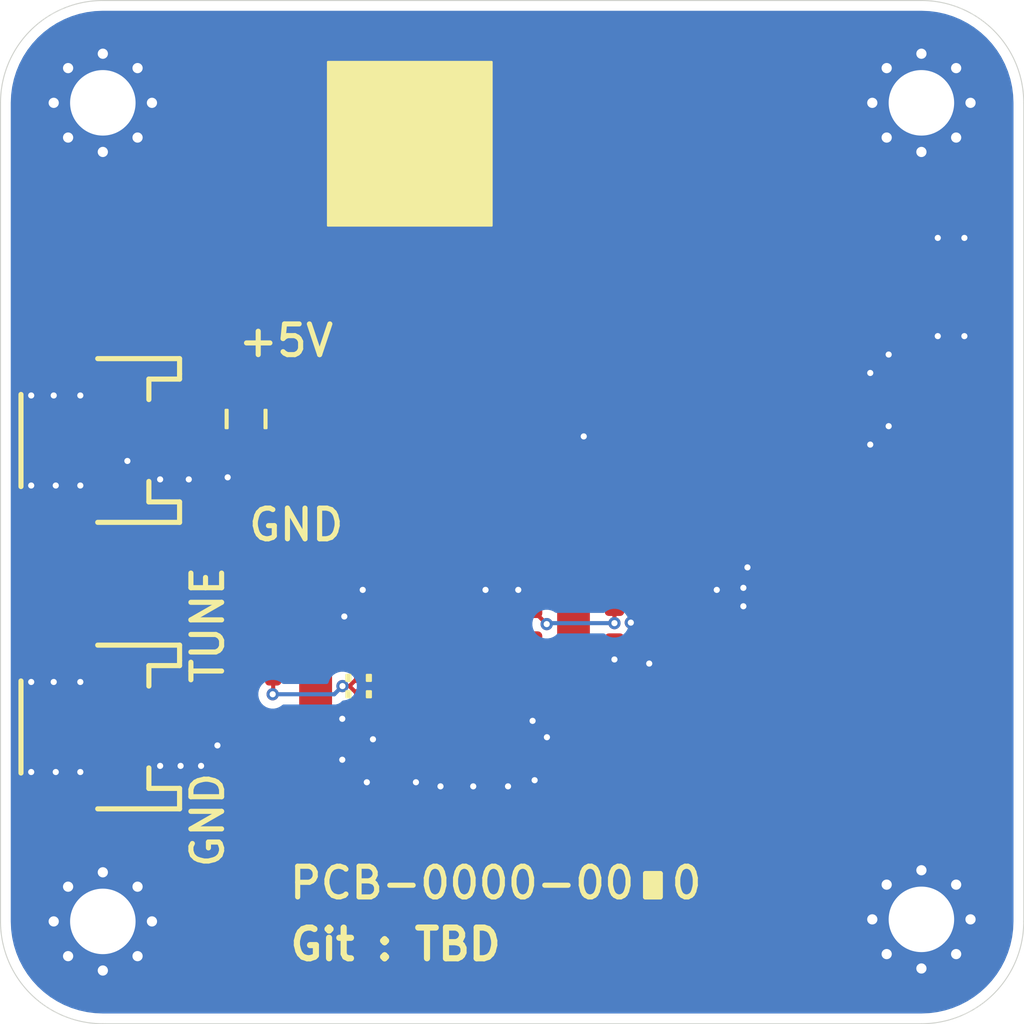
<source format=kicad_pcb>
(kicad_pcb (version 20241229) (generator "pcbnew") (generator_version "9.0")
  (title_block (title "Oscillator for broadcast FM radio") (date "2025-12-09"))
  (layers (0 "F.Cu" signal) (2 "B.Cu" signal) (13 "F.Paste" user) (15 "B.Paste" user) (5 "F.SilkS" user "F.Silkscreen") (7 "B.SilkS" user "B.Silkscreen") (1 "F.Mask" user) (3 "B.Mask" user) (25 "Edge.Cuts" user))
  (property "BOARDID" "0")
  (property "BRANCHID" "0")
  (property "DESIGNER" "CT")
  (property "GIT_COMMIT_HASH" "TBD")
  (property "PROJECTID" "00")
  (property "PROJECTURL" "https://github.com/LieBtrau/MegawattKS_Radio_Design_101")
  (property "REQID" "0")
  (property "REVID" "0")
  (property "VARID" "0")
  (property "VARREV" "0")
  (net 0 "")
  (net 1 "/F_TUNE")
  (net 2 "GND")
  (net 3 "Net-(D3-A)")
  (net 4 "Net-(Q1-B)")
  (net 5 "Net-(Q1-E)")
  (net 6 "Net-(Q1-C)")
  (net 7 "Net-(Q2-B)")
  (net 8 "Net-(C8-Pad2)")
  (net 9 "/F_OUT")
  (net 10 "Net-(Q4-E)")
  (net 11 "+5V")
  (net 12 "Net-(D1-K)")
  (net 13 "Net-(D2-K)")
  (net 14 "Net-(Q2-E)")
  (net 15 "Net-(Q2-C)")
  (net 16 "Net-(Q3-E)")
  (footprint "g-cap:C_0603_1608Metric" (layer "F.Cu") (at 104 66.5 90)
    (property "Reference" "C2")
    (property "Value" "2p" (hide yes))
    (pad "1" smd roundrect (at -0.775 0 90) (size 0.9 0.95) (layers "F.Cu" "F.Mask" "F.Paste") (net 2 "GND"))
    (pad "2" smd roundrect (at 0.775 0 90) (size 0.9 0.95) (layers "F.Cu" "F.Mask" "F.Paste") (net 3 "Net-(D3-A)"))
  )
  (footprint "g-cap:C_0603_1608Metric" (layer "F.Cu") (at 113 59 90)
    (property "Reference" "C7")
    (property "Value" "2p" (hide yes))
    (pad "1" smd roundrect (at -0.775 0 90) (size 0.9 0.95) (layers "F.Cu" "F.Mask" "F.Paste") (net 5 "Net-(Q1-E)"))
    (pad "2" smd roundrect (at 0.775 0 90) (size 0.9 0.95) (layers "F.Cu" "F.Mask" "F.Paste") (net 7 "Net-(Q2-B)"))
  )
  (footprint "g-SOT:SOT-23-3" (layer "F.Cu") (at 117.5 53 180)
    (property "Reference" "Q3")
    (property "Value" "MMBT5179" (hide yes))
    (pad "1" smd roundrect (at -1.1375 -0.95 180) (size 1.325 0.6) (layers "F.Cu" "F.Mask" "F.Paste") (net 15 "Net-(Q2-C)"))
    (pad "2" smd roundrect (at -1.1375 0.95 180) (size 1.325 0.6) (layers "F.Cu" "F.Mask" "F.Paste") (net 16 "Net-(Q3-E)"))
    (pad "3" smd roundrect (at 1.1375 0 180) (size 1.325 0.6) (layers "F.Cu" "F.Mask" "F.Paste") (net 11 "+5V"))
  )
  (footprint "g-con:JST_PH_S2B-PH-SM4-TB_1x02-1MP_P2.00mm_Horizontal" (layer "F.Cu") (at 83.5 68.5 -90)
    (property "Reference" "J3")
    (property "Value" "JST PH" (hide yes))
    (fp_line (start -2.25 4.5) (end 2.25 4.5) (stroke (width 0.25)) (layer "F.SilkS"))
    (fp_line (start -4 0.75) (end -4 -3.25) (stroke (width 0.25)) (layer "F.SilkS"))
    (fp_line (start -3 -1.75) (end -2 -1.75) (stroke (width 0.25)) (layer "F.SilkS"))
    (fp_line (start 2 -1.75) (end 3 -1.75) (stroke (width 0.25)) (layer "F.SilkS"))
    (fp_line (start 3 -1.75) (end 3 -3.25) (stroke (width 0.25)) (layer "F.SilkS"))
    (fp_line (start -4 -3.25) (end -3.25 -3.25) (stroke (width 0.25)) (layer "F.SilkS"))
    (fp_line (start -3.25 -3.25) (end -3 -3.25) (stroke (width 0.25)) (layer "F.SilkS"))
    (fp_line (start -3 -3.25) (end -3 -1.75) (stroke (width 0.25)) (layer "F.SilkS"))
    (fp_line (start 3 -3.25) (end 4 -3.25) (stroke (width 0.25)) (layer "F.SilkS"))
    (fp_line (start 4 -3.25) (end 4 0.75) (stroke (width 0.25)) (layer "F.SilkS"))
    (pad "1" smd roundrect (at -1 -2.85 270) (size 1 3.5) (layers "F.Cu" "F.Mask" "F.Paste") (net 1 "/F_TUNE"))
    (pad "2" smd roundrect (at 1 -2.85 270) (size 1 3.5) (layers "F.Cu" "F.Mask" "F.Paste") (net 2 "GND"))
    (pad "MP" smd roundrect (at -3.35 2.9 270) (size 1.5 3.4) (layers "F.Cu" "F.Mask" "F.Paste") (roundrect_rratio 0.166667) (net 2 "GND"))
    (pad "MP" smd roundrect (at 3.35 2.9 270) (size 1.5 3.4) (layers "F.Cu" "F.Mask" "F.Paste") (roundrect_rratio 0.166667) (net 2 "GND"))
  )
  (footprint "g-dio:D_SOD-323" (layer "F.Cu") (at 95.5 68 -90)
    (property "Reference" "D2")
    (property "Value" "1SV324" (hide yes))
    (fp_rect (start -1.25 0.4) (end -0.95 0.6) (stroke (width 0.1)) (fill yes) (layer "F.SilkS"))
    (fp_rect (start -1.25 -0.6) (end -0.95 -0.4) (stroke (width 0.1)) (fill yes) (layer "F.SilkS"))
    (pad "1" smd roundrect (at -1.05 0 270) (size 0.6 0.45) (layers "F.Cu" "F.Mask" "F.Paste") (net 13 "Net-(D2-K)"))
    (pad "2" smd roundrect (at 1.05 0 270) (size 0.6 0.45) (layers "F.Cu" "F.Mask" "F.Paste") (net 2 "GND"))
  )
  (footprint "g-res:R_0603_1608Metric" (layer "F.Cu") (at 120.5 53 90)
    (property "Reference" "R11")
    (property "Value" "1K" (hide yes))
    (pad "1" smd roundrect (at -0.825 0 90) (size 0.8 0.95) (layers "F.Cu" "F.Mask" "F.Paste") (net 2 "GND"))
    (pad "2" smd roundrect (at 0.825 0 90) (size 0.8 0.95) (layers "F.Cu" "F.Mask" "F.Paste") (net 16 "Net-(Q3-E)"))
  )
  (footprint "g-res:R_0603_1608Metric" (layer "F.Cu") (at 114.5 56 90)
    (property "Reference" "R8")
    (property "Value" "30K" (hide yes))
    (pad "1" smd roundrect (at -0.825 0 90) (size 0.8 0.95) (layers "F.Cu" "F.Mask" "F.Paste") (net 7 "Net-(Q2-B)"))
    (pad "2" smd roundrect (at 0.825 0 90) (size 0.8 0.95) (layers "F.Cu" "F.Mask" "F.Paste") (net 11 "+5V"))
  )
  (footprint "g-res:R_0603_1608Metric" (layer "F.Cu") (at 120.5 49.5 90)
    (property "Reference" "R12")
    (property "Value" "150" (hide yes))
    (pad "1" smd roundrect (at -0.825 0 90) (size 0.8 0.95) (layers "F.Cu" "F.Mask" "F.Paste") (net 2 "GND"))
    (pad "2" smd roundrect (at 0.825 0 90) (size 0.8 0.95) (layers "F.Cu" "F.Mask" "F.Paste") (net 10 "Net-(Q4-E)"))
  )
  (footprint "g-no_bom:TestPoint_Pad_D1.0mm" (layer "F.Cu") (at 92.5 56.5)
    (property "Reference" "TP2" (hide yes))
    (property "Value" "TestPoint" (hide yes))
    (pad "1" smd circle (at 0 0) (size 1 1) (layers "F.Cu" "F.Mask") (net 2 "GND"))
  )
  (footprint "g-SOT:SOT-23-3" (layer "F.Cu") (at 117 58.5 90)
    (property "Reference" "Q2")
    (property "Value" "MMBT5179" (hide yes))
    (pad "1" smd roundrect (at -1.1375 -0.95 90) (size 1.325 0.6) (layers "F.Cu" "F.Mask" "F.Paste") (net 7 "Net-(Q2-B)"))
    (pad "2" smd roundrect (at -1.1375 0.95 90) (size 1.325 0.6) (layers "F.Cu" "F.Mask" "F.Paste") (net 14 "Net-(Q2-E)"))
    (pad "3" smd roundrect (at 1.1375 0 90) (size 1.325 0.6) (layers "F.Cu" "F.Mask" "F.Paste") (net 15 "Net-(Q2-C)"))
  )
  (footprint "g-cap:C_0603_1608Metric" (layer "F.Cu") (at 120.5 47)
    (property "Reference" "C9")
    (property "Value" "10n" (hide yes))
    (pad "1" smd roundrect (at -0.775 0) (size 0.9 0.95) (layers "F.Cu" "F.Mask" "F.Paste") (net 10 "Net-(Q4-E)"))
    (pad "2" smd roundrect (at 0.775 0) (size 0.9 0.95) (layers "F.Cu" "F.Mask" "F.Paste") (net 9 "/F_OUT"))
  )
  (footprint "g-rvr:Potentiometer_Bourns_3314J_Vertical" (layer "F.Cu") (at 116.5 64)
    (property "Reference" "RV1")
    (property "Value" "1K" (hide yes))
    (pad "1" smd roundrect (at 1.15 -2) (size 1.3 2) (layers "F.Cu" "F.Mask" "F.Paste") (roundrect_rratio 0.192308) (net 14 "Net-(Q2-E)"))
    (pad "2" smd roundrect (at 0 2) (size 2 2) (layers "F.Cu" "F.Mask" "F.Paste") (roundrect_rratio 0.125) (net 8 "Net-(C8-Pad2)"))
    (pad "3" smd roundrect (at -1.15 -2) (size 1.3 2) (layers "F.Cu" "F.Mask" "F.Paste") (roundrect_rratio 0.192308) (net 2 "GND"))
  )
  (footprint "g-res:R_0603_1608Metric" (layer "F.Cu") (at 108 56 90)
    (property "Reference" "R7")
    (property "Value" "47" (hide yes))
    (pad "1" smd roundrect (at -0.825 0 90) (size 0.8 0.95) (layers "F.Cu" "F.Mask" "F.Paste") (net 6 "Net-(Q1-C)"))
    (pad "2" smd roundrect (at 0.825 0 90) (size 0.8 0.95) (layers "F.Cu" "F.Mask" "F.Paste") (net 11 "+5V"))
  )
  (footprint "g-no_bom:MountingHole_3.2mm_M3_Pad_Via" (layer "F.Cu") (at 83 78)
    (property "Reference" "H3")
    (property "Value" "M3" (hide yes))
    (pad "1" thru_hole circle (at -2.4 0) (size 0.8 0.8) (drill 0.5) (layers "*.Cu" "*.Mask") (net 2 "GND"))
    (pad "1" thru_hole circle (at -1.697056 -1.697056) (size 0.8 0.8) (drill 0.5) (layers "*.Cu" "*.Mask") (net 2 "GND"))
    (pad "1" thru_hole circle (at -1.697056 1.697056) (size 0.8 0.8) (drill 0.5) (layers "*.Cu" "*.Mask") (net 2 "GND"))
    (pad "1" thru_hole circle (at 0 -2.4) (size 0.8 0.8) (drill 0.5) (layers "*.Cu" "*.Mask") (net 2 "GND"))
    (pad "1" thru_hole circle (at 0 0) (size 6.4 6.4) (drill 3.2) (layers "*.Cu" "*.Mask") (net 2 "GND"))
    (pad "1" thru_hole circle (at 0 2.4) (size 0.8 0.8) (drill 0.5) (layers "*.Cu" "*.Mask") (net 2 "GND"))
    (pad "1" thru_hole circle (at 1.697056 -1.697056) (size 0.8 0.8) (drill 0.5) (layers "*.Cu" "*.Mask") (net 2 "GND"))
    (pad "1" thru_hole circle (at 1.697056 1.697056) (size 0.8 0.8) (drill 0.5) (layers "*.Cu" "*.Mask") (net 2 "GND"))
    (pad "1" thru_hole circle (at 2.4 0) (size 0.8 0.8) (drill 0.5) (layers "*.Cu" "*.Mask") (net 2 "GND"))
  )
  (footprint "g-no_bom:MountingHole_3.2mm_M3_Pad_Via" (layer "F.Cu") (at 123 77.9)
    (property "Reference" "H4")
    (property "Value" "M3" (hide yes))
    (pad "1" thru_hole circle (at -2.4 0) (size 0.8 0.8) (drill 0.5) (layers "*.Cu" "*.Mask") (net 2 "GND"))
    (pad "1" thru_hole circle (at -1.697056 -1.697056) (size 0.8 0.8) (drill 0.5) (layers "*.Cu" "*.Mask") (net 2 "GND"))
    (pad "1" thru_hole circle (at -1.697056 1.697056) (size 0.8 0.8) (drill 0.5) (layers "*.Cu" "*.Mask") (net 2 "GND"))
    (pad "1" thru_hole circle (at 0 -2.4) (size 0.8 0.8) (drill 0.5) (layers "*.Cu" "*.Mask") (net 2 "GND"))
    (pad "1" thru_hole circle (at 0 0) (size 6.4 6.4) (drill 3.2) (layers "*.Cu" "*.Mask") (net 2 "GND"))
    (pad "1" thru_hole circle (at 0 2.4) (size 0.8 0.8) (drill 0.5) (layers "*.Cu" "*.Mask") (net 2 "GND"))
    (pad "1" thru_hole circle (at 1.697056 -1.697056) (size 0.8 0.8) (drill 0.5) (layers "*.Cu" "*.Mask") (net 2 "GND"))
    (pad "1" thru_hole circle (at 1.697056 1.697056) (size 0.8 0.8) (drill 0.5) (layers "*.Cu" "*.Mask") (net 2 "GND"))
    (pad "1" thru_hole circle (at 2.4 0) (size 0.8 0.8) (drill 0.5) (layers "*.Cu" "*.Mask") (net 2 "GND"))
  )
  (footprint "g-no_bom:MountingHole_3.2mm_M3_Pad_Via" (layer "F.Cu") (at 123 38)
    (property "Reference" "H2")
    (property "Value" "M3" (hide yes))
    (pad "1" thru_hole circle (at -2.4 0) (size 0.8 0.8) (drill 0.5) (layers "*.Cu" "*.Mask") (net 2 "GND"))
    (pad "1" thru_hole circle (at -1.697056 -1.697056) (size 0.8 0.8) (drill 0.5) (layers "*.Cu" "*.Mask") (net 2 "GND"))
    (pad "1" thru_hole circle (at -1.697056 1.697056) (size 0.8 0.8) (drill 0.5) (layers "*.Cu" "*.Mask") (net 2 "GND"))
    (pad "1" thru_hole circle (at 0 -2.4) (size 0.8 0.8) (drill 0.5) (layers "*.Cu" "*.Mask") (net 2 "GND"))
    (pad "1" thru_hole circle (at 0 0) (size 6.4 6.4) (drill 3.2) (layers "*.Cu" "*.Mask") (net 2 "GND"))
    (pad "1" thru_hole circle (at 0 2.4) (size 0.8 0.8) (drill 0.5) (layers "*.Cu" "*.Mask") (net 2 "GND"))
    (pad "1" thru_hole circle (at 1.697056 -1.697056) (size 0.8 0.8) (drill 0.5) (layers "*.Cu" "*.Mask") (net 2 "GND"))
    (pad "1" thru_hole circle (at 1.697056 1.697056) (size 0.8 0.8) (drill 0.5) (layers "*.Cu" "*.Mask") (net 2 "GND"))
    (pad "1" thru_hole circle (at 2.4 0) (size 0.8 0.8) (drill 0.5) (layers "*.Cu" "*.Mask") (net 2 "GND"))
  )
  (footprint "g-cap:C_0603_1608Metric" (layer "F.Cu") (at 89.5 68.5 90)
    (property "Reference" "C1")
    (property "Value" "10n" (hide yes))
    (pad "1" smd roundrect (at -0.775 0 90) (size 0.9 0.95) (layers "F.Cu" "F.Mask" "F.Paste") (net 2 "GND"))
    (pad "2" smd roundrect (at 0.775 0 90) (size 0.9 0.95) (layers "F.Cu" "F.Mask" "F.Paste") (net 1 "/F_TUNE"))
  )
  (footprint "g-no_bom:Fiducial_1mm_Mask2mm" (layer "F.Cu") (at 117.5 38)
    (property "Reference" "FID2" (hide yes))
    (property "Value" "Fiducial" (hide yes))
    (pad "" smd circle (at 0 0) (size 1 1) (layers "F.Cu" "F.Mask") (clearance 0.6))
  )
  (footprint "g-res:R_0603_1608Metric" (layer "F.Cu") (at 108 63.5 90)
    (property "Reference" "R4")
    (property "Value" "62K" (hide yes))
    (pad "1" smd roundrect (at -0.825 0 90) (size 0.8 0.95) (layers "F.Cu" "F.Mask" "F.Paste") (net 2 "GND"))
    (pad "2" smd roundrect (at 0.825 0 90) (size 0.8 0.95) (layers "F.Cu" "F.Mask" "F.Paste") (net 4 "Net-(Q1-B)"))
  )
  (footprint "g-no_bom:Fiducial_1mm_Mask2mm" (layer "F.Cu") (at 88 38)
    (property "Reference" "FID1" (hide yes))
    (property "Value" "Fiducial" (hide yes))
    (pad "" smd circle (at 0 0) (size 1 1) (layers "F.Cu" "F.Mask") (clearance 0.6))
  )
  (footprint "g-cap:C_0603_1608Metric" (layer "F.Cu") (at 104 63.5 90)
    (property "Reference" "C3")
    (property "Value" "18p" (hide yes))
    (pad "1" smd roundrect (at -0.775 0 90) (size 0.9 0.95) (layers "F.Cu" "F.Mask" "F.Paste") (net 3 "Net-(D3-A)"))
    (pad "2" smd roundrect (at 0.775 0 90) (size 0.9 0.95) (layers "F.Cu" "F.Mask" "F.Paste") (net 4 "Net-(Q1-B)"))
  )
  (footprint "g-res:R_0603_1608Metric" (layer "F.Cu") (at 108 59 90)
    (property "Reference" "R5")
    (property "Value" "33K" (hide yes))
    (pad "1" smd roundrect (at -0.825 0 90) (size 0.8 0.95) (layers "F.Cu" "F.Mask" "F.Paste") (net 4 "Net-(Q1-B)"))
    (pad "2" smd roundrect (at 0.825 0 90) (size 0.8 0.95) (layers "F.Cu" "F.Mask" "F.Paste") (net 6 "Net-(Q1-C)"))
  )
  (footprint "g-SOT:SOT-23-3" (layer "F.Cu") (at 117.5 49.5 180)
    (property "Reference" "Q4")
    (property "Value" "MMBT5179" (hide yes))
    (pad "1" smd roundrect (at -1.1375 -0.95 180) (size 1.325 0.6) (layers "F.Cu" "F.Mask" "F.Paste") (net 16 "Net-(Q3-E)"))
    (pad "2" smd roundrect (at -1.1375 0.95 180) (size 1.325 0.6) (layers "F.Cu" "F.Mask" "F.Paste") (net 10 "Net-(Q4-E)"))
    (pad "3" smd roundrect (at 1.1375 0 180) (size 1.325 0.6) (layers "F.Cu" "F.Mask" "F.Paste") (net 11 "+5V"))
  )
  (footprint "g-no_bom:Fiducial_1mm_Mask2mm" (layer "F.Cu") (at 117.5 78)
    (property "Reference" "FID3" (hide yes))
    (property "Value" "Fiducial" (hide yes))
    (pad "" smd circle (at 0 0) (size 1 1) (layers "F.Cu" "F.Mask") (clearance 0.6))
  )
  (footprint "g-rfm:H_Wurth_WE-SHC-SEAMLESS-FRAME_3670128" (layer "F.Cu") (at 99.7 66.5)
    (property "Reference" "J4")
    (property "Value" "3670128" (hide yes))
    (pad "1" smd custom (at 0 -6.05) (size 7.3 1.5) (layers "F.Cu" "F.Mask" "F.Paste") (net 2 "GND") (options (clearance outline) (anchor rect)) (primitives (gr_poly (pts (xy -5.55 7.05) (xy -7.05 7.05) (xy -7.05 2.4) (xy -7.046 2.235) (xy -7.033 2.071) (xy -7.011 1.907) (xy -6.981 1.745) (xy -6.943 1.585) (xy -6.896 1.427) (xy -6.841 1.271) (xy -6.778 1.119) (xy -6.707 0.97) (xy -6.628 0.825) (xy -6.542 0.684) (xy -6.448 0.548) (xy -6.348 0.418) (xy -6.241 0.292) (xy -6.127 0.173) (xy -6.008 0.059) (xy -5.882 -0.048) (xy -5.752 -0.148) (xy -5.616 -0.242) (xy -5.475 -0.328) (xy -5.33 -0.407) (xy -5.181 -0.478) (xy -5.029 -0.541) (xy -4.873 -0.596) (xy -4.715 -0.643) (xy -4.555 -0.681) (xy -4.393 -0.711) (xy -4.229 -0.733) (xy -4.065 -0.746) (xy -3.9 -0.75) (xy 3.9 -0.75) (xy 4.065 -0.746) (xy 4.229 -0.733) (xy 4.393 -0.711) (xy 4.555 -0.681) (xy 4.715 -0.643) (xy 4.873 -0.596) (xy 5.029 -0.541) (xy 5.181 -0.478) (xy 5.33 -0.407) (xy 5.475 -0.328) (xy 5.616 -0.242) (xy 5.752 -0.148) (xy 5.882 -0.048) (xy 6.008 0.059) (xy 6.127 0.173) (xy 6.241 0.292) (xy 6.348 0.418) (xy 6.448 0.548) (xy 6.542 0.684) (xy 6.628 0.825) (xy 6.707 0.97) (xy 6.778 1.119) (xy 6.841 1.271) (xy 6.896 1.427) (xy 6.943 1.585) (xy 6.981 1.745) (xy 7.011 1.907) (xy 7.033 2.071) (xy 7.046 2.235) (xy 7.05 2.4) (xy 7.05 7.05) (xy 5.55 7.05) (xy 5.55 2.4) (xy 5.548 2.314) (xy 5.541 2.228) (xy 5.53 2.142) (xy 5.514 2.057) (xy 5.494 1.973) (xy 5.469 1.89) (xy 5.44 1.809) (xy 5.407 1.729) (xy 5.37 1.651) (xy 5.329 1.575) (xy 5.284 1.501) (xy 5.235 1.43) (xy 5.182 1.362) (xy 5.126 1.296) (xy 5.067 1.233) (xy 5.004 1.174) (xy 4.938 1.118) (xy 4.87 1.065) (xy 4.799 1.016) (xy 4.725 0.971) (xy 4.649 0.93) (xy 4.571 0.893) (xy 4.491 0.86) (xy 4.41 0.831) (xy 4.327 0.806) (xy 4.243 0.786) (xy 4.158 0.77) (xy 4.072 0.759) (xy 3.986 0.752) (xy 3.9 0.75) (xy -3.9 0.75) (xy -3.986 0.752) (xy -4.072 0.759) (xy -4.158 0.77) (xy -4.243 0.786) (xy -4.327 0.806) (xy -4.41 0.831) (xy -4.491 0.86) (xy -4.571 0.893) (xy -4.649 0.93) (xy -4.725 0.971) (xy -4.799 1.016) (xy -4.87 1.065) (xy -4.938 1.118) (xy -5.004 1.174) (xy -5.067 1.233) (xy -5.126 1.296) (xy -5.182 1.362) (xy -5.235 1.43) (xy -5.284 1.501) (xy -5.329 1.575) (xy -5.37 1.651) (xy -5.407 1.729) (xy -5.44 1.809) (xy -5.469 1.89) (xy -5.494 1.973) (xy -5.514 2.057) (xy -5.53 2.142) (xy -5.541 2.228) (xy -5.548 2.314) (xy -5.55 2.4) (xy -5.55 7.05)) (width 0.1) (fill yes))))
    (pad "1" smd custom (at 6.3 0) (size 1.5 7.3) (layers "F.Cu" "F.Mask" "F.Paste") (net 2 "GND") (options (clearance outline) (anchor rect)) (primitives (gr_poly (pts (xy -0.75 -1) (xy 0.75 -1) (xy 0.75 3.65) (xy 0.746 3.815) (xy 0.733 3.979) (xy 0.711 4.143) (xy 0.681 4.305) (xy 0.643 4.465) (xy 0.596 4.623) (xy 0.541 4.779) (xy 0.478 4.931) (xy 0.407 5.08) (xy 0.328 5.225) (xy 0.242 5.366) (xy 0.148 5.502) (xy 0.048 5.632) (xy -0.059 5.758) (xy -0.173 5.877) (xy -0.292 5.991) (xy -0.418 6.098) (xy -0.548 6.198) (xy -0.684 6.292) (xy -0.825 6.378) (xy -0.97 6.457) (xy -1.119 6.528) (xy -1.271 6.591) (xy -1.427 6.646) (xy -1.585 6.693) (xy -1.745 6.731) (xy -1.907 6.761) (xy -2.071 6.783) (xy -2.235 6.796) (xy -2.4 6.8) (xy -10.2 6.8) (xy -10.365 6.796) (xy -10.529 6.783) (xy -10.693 6.761) (xy -10.855 6.731) (xy -11.015 6.693) (xy -11.173 6.646) (xy -11.329 6.591) (xy -11.481 6.528) (xy -11.63 6.457) (xy -11.775 6.378) (xy -11.916 6.292) (xy -12.052 6.198) (xy -12.182 6.098) (xy -12.308 5.991) (xy -12.427 5.877) (xy -12.541 5.758) (xy -12.648 5.632) (xy -12.748 5.502) (xy -12.842 5.366) (xy -12.928 5.225) (xy -13.007 5.08) (xy -13.078 4.931) (xy -13.141 4.779) (xy -13.196 4.623) (xy -13.243 4.465) (xy -13.281 4.305) (xy -13.311 4.143) (xy -13.333 3.979) (xy -13.346 3.815) (xy -13.35 3.65) (xy -13.35 -1) (xy -11.85 -1) (xy -11.85 3.65) (xy -11.848 3.736) (xy -11.841 3.822) (xy -11.83 3.908) (xy -11.814 3.993) (xy -11.794 4.077) (xy -11.769 4.16) (xy -11.74 4.241) (xy -11.707 4.321) (xy -11.67 4.399) (xy -11.629 4.475) (xy -11.584 4.549) (xy -11.535 4.62) (xy -11.482 4.688) (xy -11.426 4.754) (xy -11.367 4.817) (xy -11.304 4.876) (xy -11.238 4.932) (xy -11.17 4.985) (xy -11.099 5.034) (xy -11.025 5.079) (xy -10.949 5.12) (xy -10.871 5.157) (xy -10.791 5.19) (xy -10.71 5.219) (xy -10.627 5.244) (xy -10.543 5.264) (xy -10.458 5.28) (xy -10.372 5.291) (xy -10.286 5.298) (xy -10.2 5.3) (xy -2.4 5.3) (xy -2.314 5.298) (xy -2.228 5.291) (xy -2.142 5.28) (xy -2.057 5.264) (xy -1.973 5.244) (xy -1.89 5.219) (xy -1.809 5.19) (xy -1.729 5.157) (xy -1.651 5.12) (xy -1.575 5.079) (xy -1.501 5.034) (xy -1.43 4.985) (xy -1.362 4.932) (xy -1.296 4.876) (xy -1.233 4.817) (xy -1.174 4.754) (xy -1.118 4.688) (xy -1.065 4.62) (xy -1.016 4.549) (xy -0.971 4.475) (xy -0.93 4.399) (xy -0.893 4.321) (xy -0.86 4.241) (xy -0.831 4.16) (xy -0.806 4.077) (xy -0.786 3.993) (xy -0.77 3.908) (xy -0.759 3.822) (xy -0.752 3.736) (xy -0.75 3.65) (xy -0.75 -1)) (width 0.1) (fill yes))))
  )
  (footprint "g-cap:C_0603_1608Metric" (layer "F.Cu") (at 106.5 56 -90)
    (property "Reference" "C6")
    (property "Value" "10n" (hide yes))
    (pad "1" smd roundrect (at -0.775 0 270) (size 0.9 0.95) (layers "F.Cu" "F.Mask" "F.Paste") (net 2 "GND"))
    (pad "2" smd roundrect (at 0.775 0 270) (size 0.9 0.95) (layers "F.Cu" "F.Mask" "F.Paste") (net 6 "Net-(Q1-C)"))
  )
  (footprint "g-no_bom:TestPoint_Pad_D1.0mm" (layer "F.Cu") (at 92.5 51.45)
    (property "Reference" "TP1" (hide yes))
    (property "Value" "TestPoint" (hide yes))
    (pad "1" smd circle (at 0 0) (size 1 1) (layers "F.Cu" "F.Mask") (net 11 "+5V"))
  )
  (footprint "g-con:JST_PH_S2B-PH-SM4-TB_1x02-1MP_P2.00mm_Horizontal" (layer "F.Cu") (at 83.5 54.5 -90)
    (property "Reference" "J1")
    (property "Value" "JST PH" (hide yes))
    (fp_line (start -2.25 4.5) (end 2.25 4.5) (stroke (width 0.25)) (layer "F.SilkS"))
    (fp_line (start -4 0.75) (end -4 -3.25) (stroke (width 0.25)) (layer "F.SilkS"))
    (fp_line (start -3 -1.75) (end -2 -1.75) (stroke (width 0.25)) (layer "F.SilkS"))
    (fp_line (start 2 -1.75) (end 3 -1.75) (stroke (width 0.25)) (layer "F.SilkS"))
    (fp_line (start 3 -1.75) (end 3 -3.25) (stroke (width 0.25)) (layer "F.SilkS"))
    (fp_line (start -4 -3.25) (end -3.25 -3.25) (stroke (width 0.25)) (layer "F.SilkS"))
    (fp_line (start -3.25 -3.25) (end -3 -3.25) (stroke (width 0.25)) (layer "F.SilkS"))
    (fp_line (start -3 -3.25) (end -3 -1.75) (stroke (width 0.25)) (layer "F.SilkS"))
    (fp_line (start 3 -3.25) (end 4 -3.25) (stroke (width 0.25)) (layer "F.SilkS"))
    (fp_line (start 4 -3.25) (end 4 0.75) (stroke (width 0.25)) (layer "F.SilkS"))
    (pad "1" smd roundrect (at -1 -2.85 270) (size 1 3.5) (layers "F.Cu" "F.Mask" "F.Paste") (net 11 "+5V"))
    (pad "2" smd roundrect (at 1 -2.85 270) (size 1 3.5) (layers "F.Cu" "F.Mask" "F.Paste") (net 2 "GND"))
    (pad "MP" smd roundrect (at -3.35 2.9 270) (size 1.5 3.4) (layers "F.Cu" "F.Mask" "F.Paste") (roundrect_rratio 0.166667) (net 2 "GND"))
    (pad "MP" smd roundrect (at 3.35 2.9 270) (size 1.5 3.4) (layers "F.Cu" "F.Mask" "F.Paste") (roundrect_rratio 0.166667) (net 2 "GND"))
  )
  (footprint "g-res:R_0603_1608Metric" (layer "F.Cu") (at 90.5 66)
    (property "Reference" "R3")
    (property "Value" "100K" (hide yes))
    (pad "1" smd roundrect (at -0.825 0) (size 0.8 0.95) (layers "F.Cu" "F.Mask" "F.Paste") (net 1 "/F_TUNE"))
    (pad "2" smd roundrect (at 0.825 0) (size 0.8 0.95) (layers "F.Cu" "F.Mask" "F.Paste") (net 13 "Net-(D2-K)"))
  )
  (footprint "g-cap:C_0603_1608Metric" (layer "F.Cu") (at 110.5 61.5 180)
    (property "Reference" "C4")
    (property "Value" "39p" (hide yes))
    (pad "1" smd roundrect (at -0.775 0 180) (size 0.9 0.95) (layers "F.Cu" "F.Mask" "F.Paste") (net 5 "Net-(Q1-E)"))
    (pad "2" smd roundrect (at 0.775 0 180) (size 0.9 0.95) (layers "F.Cu" "F.Mask" "F.Paste") (net 4 "Net-(Q1-B)"))
  )
  (footprint "g-res:R_0603_1608Metric" (layer "F.Cu") (at 117 55.5 180)
    (property "Reference" "R10")
    (property "Value" "1K" (hide yes))
    (pad "1" smd roundrect (at -0.825 0 180) (size 0.8 0.95) (layers "F.Cu" "F.Mask" "F.Paste") (net 15 "Net-(Q2-C)"))
    (pad "2" smd roundrect (at 0.825 0 180) (size 0.8 0.95) (layers "F.Cu" "F.Mask" "F.Paste") (net 11 "+5V"))
  )
  (footprint "g-dio:D_SOD-323" (layer "F.Cu") (at 95.5 65 90)
    (property "Reference" "D3")
    (property "Value" "1SV324" (hide yes))
    (fp_rect (start -1.25 -0.6) (end -0.95 -0.4) (stroke (width 0.1)) (fill yes) (layer "F.SilkS"))
    (fp_rect (start -1.25 0.4) (end -0.95 0.6) (stroke (width 0.1)) (fill yes) (layer "F.SilkS"))
    (pad "1" smd roundrect (at -1.05 0 90) (size 0.6 0.45) (layers "F.Cu" "F.Mask" "F.Paste") (net 13 "Net-(D2-K)"))
    (pad "2" smd roundrect (at 1.05 0 90) (size 0.6 0.45) (layers "F.Cu" "F.Mask" "F.Paste") (net 3 "Net-(D3-A)"))
  )
  (footprint "g-res:R_0603_1608Metric" (layer "F.Cu") (at 90 55.5 90)
    (property "Reference" "R2")
    (property "Value" "10K" (hide yes))
    (pad "1" smd roundrect (at -0.825 0 90) (size 0.8 0.95) (layers "F.Cu" "F.Mask" "F.Paste") (net 2 "GND"))
    (pad "2" smd roundrect (at 0.825 0 90) (size 0.8 0.95) (layers "F.Cu" "F.Mask" "F.Paste") (net 12 "Net-(D1-K)"))
  )
  (footprint "g-res:R_0603_1608Metric" (layer "F.Cu") (at 110.5 64.5)
    (property "Reference" "R6")
    (property "Value" "4K7" (hide yes))
    (pad "1" smd roundrect (at -0.825 0) (size 0.8 0.95) (layers "F.Cu" "F.Mask" "F.Paste") (net 2 "GND"))
    (pad "2" smd roundrect (at 0.825 0) (size 0.8 0.95) (layers "F.Cu" "F.Mask" "F.Paste") (net 5 "Net-(Q1-E)"))
  )
  (footprint "g-opt:LED_0805_2012Metric" (layer "F.Cu") (at 90 52.5 90)
    (property "Reference" "D1")
    (property "Value" "GRN" (hide yes))
    (fp_rect (start -1.4 -1) (end -0.5 -0.9) (stroke (width 0.1)) (fill yes) (layer "F.SilkS"))
    (fp_rect (start -1.4 0.9) (end -0.5 1) (stroke (width 0.1)) (fill yes) (layer "F.SilkS"))
    (pad "1" smd roundrect (at -0.9375 0 90) (size 0.975 1.4) (layers "F.Cu" "F.Mask" "F.Paste") (net 12 "Net-(D1-K)"))
    (pad "2" smd roundrect (at 0.9375 0 90) (size 0.975 1.4) (layers "F.Cu" "F.Mask" "F.Paste") (net 11 "+5V"))
  )
  (footprint "g-cap:C_0603_1608Metric" (layer "F.Cu") (at 110.5 63)
    (property "Reference" "C5")
    (property "Value" "39p" (hide yes))
    (pad "1" smd roundrect (at -0.775 0) (size 0.9 0.95) (layers "F.Cu" "F.Mask" "F.Paste") (net 2 "GND"))
    (pad "2" smd roundrect (at 0.775 0) (size 0.9 0.95) (layers "F.Cu" "F.Mask" "F.Paste") (net 5 "Net-(Q1-E)"))
  )
  (footprint "g-res:R_0603_1608Metric" (layer "F.Cu") (at 114.5 59 90)
    (property "Reference" "R9")
    (property "Value" "18K" (hide yes))
    (pad "1" smd roundrect (at -0.825 0 90) (size 0.8 0.95) (layers "F.Cu" "F.Mask" "F.Paste") (net 2 "GND"))
    (pad "2" smd roundrect (at 0.825 0 90) (size 0.8 0.95) (layers "F.Cu" "F.Mask" "F.Paste") (net 7 "Net-(Q2-B)"))
  )
  (footprint "g-SOT:SOT-23-3" (layer "F.Cu") (at 110.5 58.5 90)
    (property "Reference" "Q1")
    (property "Value" "MMBT5179" (hide yes))
    (pad "1" smd roundrect (at -1.1375 -0.95 90) (size 1.325 0.6) (layers "F.Cu" "F.Mask" "F.Paste") (net 4 "Net-(Q1-B)"))
    (pad "2" smd roundrect (at -1.1375 0.95 90) (size 1.325 0.6) (layers "F.Cu" "F.Mask" "F.Paste") (net 5 "Net-(Q1-E)"))
    (pad "3" smd roundrect (at 1.1375 0 90) (size 1.325 0.6) (layers "F.Cu" "F.Mask" "F.Paste") (net 6 "Net-(Q1-C)"))
  )
  (footprint "g-cap:C_0603_1608Metric" (layer "F.Cu") (at 113 63.5 -90)
    (property "Reference" "C8")
    (property "Value" "10n" (hide yes))
    (pad "1" smd roundrect (at -0.775 0 270) (size 0.9 0.95) (layers "F.Cu" "F.Mask" "F.Paste") (net 2 "GND"))
    (pad "2" smd roundrect (at 0.775 0 270) (size 0.9 0.95) (layers "F.Cu" "F.Mask" "F.Paste") (net 8 "Net-(C8-Pad2)"))
  )
  (footprint "g-ind:L_Wurth_WE-CAIR-5910" (layer "F.Cu") (at 100 66.5 90)
    (property "Reference" "L1")
    (property "Value" "222n" (hide yes))
    (pad "1" smd roundrect (at -3.98 1.21 270) (size 1.2 4.7) (layers "F.Cu" "F.Mask" "F.Paste") (roundrect_rratio 0.1225490196) (net 2 "GND"))
    (pad "2" smd roundrect (at 3.98 -1.21 270) (size 1.2 4.7) (layers "F.Cu" "F.Mask" "F.Paste") (roundrect_rratio 0.1225490196) (net 3 "Net-(D3-A)"))
  )
  (footprint "g-con:U.FL_Hirose_U.FL-R-SMT-1_Vertical" (layer "F.Cu") (at 124 47)
    (property "Reference" "J2")
    (property "Value" "U.FL" (hide yes))
    (pad "1" smd roundrect (at -1.05 0) (size 1.05 1) (layers "F.Cu" "F.Mask" "F.Paste") (net 9 "/F_OUT"))
    (pad "2" smd roundrect (at 0.475 -1.475) (size 2.2 1.05) (layers "F.Cu" "F.Mask" "F.Paste") (roundrect_rratio 0.2380952381) (net 2 "GND"))
    (pad "2" smd roundrect (at 0.475 1.475) (size 2.2 1.05) (layers "F.Cu" "F.Mask" "F.Paste") (roundrect_rratio 0.2380952381) (net 2 "GND"))
  )
  (footprint "g-no_bom:MountingHole_3.2mm_M3_Pad_Via" (layer "F.Cu") (at 83 38)
    (property "Reference" "H1")
    (property "Value" "M3" (hide yes))
    (pad "1" thru_hole circle (at -2.4 0) (size 0.8 0.8) (drill 0.5) (layers "*.Cu" "*.Mask") (net 2 "GND"))
    (pad "1" thru_hole circle (at -1.697056 -1.697056) (size 0.8 0.8) (drill 0.5) (layers "*.Cu" "*.Mask") (net 2 "GND"))
    (pad "1" thru_hole circle (at -1.697056 1.697056) (size 0.8 0.8) (drill 0.5) (layers "*.Cu" "*.Mask") (net 2 "GND"))
    (pad "1" thru_hole circle (at 0 -2.4) (size 0.8 0.8) (drill 0.5) (layers "*.Cu" "*.Mask") (net 2 "GND"))
    (pad "1" thru_hole circle (at 0 0) (size 6.4 6.4) (drill 3.2) (layers "*.Cu" "*.Mask") (net 2 "GND"))
    (pad "1" thru_hole circle (at 0 2.4) (size 0.8 0.8) (drill 0.5) (layers "*.Cu" "*.Mask") (net 2 "GND"))
    (pad "1" thru_hole circle (at 1.697056 -1.697056) (size 0.8 0.8) (drill 0.5) (layers "*.Cu" "*.Mask") (net 2 "GND"))
    (pad "1" thru_hole circle (at 1.697056 1.697056) (size 0.8 0.8) (drill 0.5) (layers "*.Cu" "*.Mask") (net 2 "GND"))
    (pad "1" thru_hole circle (at 2.4 0) (size 0.8 0.8) (drill 0.5) (layers "*.Cu" "*.Mask") (net 2 "GND"))
  )
  (gr_line (start 93.85 63.1) (end 94.75 63.1) (stroke (width 0.3)) (layer "F.Cu") (net 2))
  (gr_rect (start 78.7 50.2) (end 82.4 53) (stroke (width 0.05)) (fill yes) (layer "F.Cu") (net 2))
  (gr_rect (start 78.7 56.3) (end 82.4 59.1) (stroke (width 0.05)) (fill yes) (layer "F.Cu") (net 2))
  (gr_rect (start 78.7 64) (end 82.4 66.8) (stroke (width 0.05)) (fill yes) (layer "F.Cu") (net 2))
  (gr_line (start 93.75 70.1) (end 94.65 70.1) (stroke (width 0.3)) (layer "F.Cu") (net 2))
  (gr_line (start 103.3 61.75) (end 103.3 60.85) (stroke (width 0.3)) (layer "F.Cu") (net 2))
  (gr_rect (start 78.8 70.3) (end 82.5 73.1) (stroke (width 0.05)) (fill yes) (layer "F.Cu") (net 2))
  (gr_line (start 104.7 69) (end 105.6 69) (stroke (width 0.3)) (layer "F.Cu") (net 2))
  (gr_line (start 93.75 68.1) (end 94.65 68.1) (stroke (width 0.3)) (layer "F.Cu") (net 2))
  (gr_line (start 95.9 72.15) (end 95.9 71.25) (stroke (width 0.3)) (layer "F.Cu") (net 2))
  (gr_rect (start 84.4 68.7) (end 88.3 70.7) (stroke (width 0.05)) (fill yes) (layer "F.Cu") (net 2))
  (gr_rect (start 123.3 44.3) (end 125.7 46.1) (stroke (width 0.05)) (fill yes) (layer "F.Cu") (net 2))
  (gr_line (start 95.7 61.75) (end 95.7 60.85) (stroke (width 0.3)) (layer "F.Cu") (net 2))
  (gr_rect (start 98.7 69.65) (end 103.7 71.95) (stroke (width 0.05)) (fill yes) (layer "F.Cu") (net 2))
  (gr_line (start 98.3 72.15) (end 98.3 71.25) (stroke (width 0.3)) (layer "F.Cu") (net 2))
  (gr_rect (start 123.3 47.9) (end 125.7 49.7) (stroke (width 0.05)) (fill yes) (layer "F.Cu") (net 2))
  (gr_line (start 104.1 72.05) (end 104.1 71.15) (stroke (width 0.3)) (layer "F.Cu") (net 2))
  (gr_line (start 101.7 61.75) (end 101.7 60.85) (stroke (width 0.3)) (layer "F.Cu") (net 2))
  (gr_rect (start 83.6 54.8) (end 88.2 56.8) (stroke (width 0.05)) (fill yes) (layer "F.Cu") (net 2))
  (gr_rect (start 94 36) (end 102 44) (stroke (width 0.1)) (fill yes) (layer "F.SilkS"))
  (gr_line (start 83 83) (end 123 83) (stroke (width 0.05)) (layer "Edge.Cuts"))
  (gr_line (start 128 78) (end 128 38) (stroke (width 0.05)) (layer "Edge.Cuts"))
  (gr_arc (start 123 33) (mid 126.535534 34.464466) (end 128 38) (stroke (width 0.05)) (layer "Edge.Cuts"))
  (gr_line (start 78 38) (end 78 78) (stroke (width 0.05)) (layer "Edge.Cuts"))
  (gr_arc (start 83 83) (mid 79.464466 81.535534) (end 78 78) (stroke (width 0.05)) (layer "Edge.Cuts"))
  (gr_arc (start 78 38) (mid 79.464466 34.464466) (end 83 33) (stroke (width 0.05)) (layer "Edge.Cuts"))
  (gr_line (start 83 33) (end 123 33) (stroke (width 0.05)) (layer "Edge.Cuts"))
  (gr_arc (start 128 78) (mid 126.535534 81.535534) (end 123 83) (stroke (width 0.05)) (layer "Edge.Cuts"))
  (gr_text "GND" (at 90 59.5 0) (layer "F.SilkS") (effects (font (size 1.5 1.5) (thickness 0.25)) (justify left bottom)))
  (gr_text "+5V" (at 89.5 50.5 0) (layer "F.SilkS") (effects (font (size 1.5 1.5) (thickness 0.25)) (justify left bottom)))
  (gr_text "Git : ${GIT_COMMIT_HASH}" (at 92 80 0) (layer "F.SilkS") (effects (font (size 1.5 1.5) (thickness 0.3) (bold yes)) (justify left bottom)))
  (gr_text "PCB-${PROJECTID}${BOARDID}${BRANCHID}-${REQID}${REVID}▮0" (at 92 77 0) (layer "F.SilkS") (effects (font (size 1.5 1.5) (thickness 0.25) (bold yes)) (justify left bottom)))
  (gr_text "GND" (at 89 75.5 90) (layer "F.SilkS") (effects (font (size 1.5 1.5) (thickness 0.25)) (justify left bottom)))
  (gr_text "TUNE" (at 89 66.5 90) (layer "F.SilkS") (effects (font (size 1.5 1.5) (thickness 0.25)) (justify left bottom)))
  (segment (start 89.5 66.175) (end 89.675 66) (width 0.3) (layer "F.Cu") (net 1))
  (segment (start 89.675 67.55) (end 89.5 67.725) (width 0.2) (layer "F.Cu") (net 1))
  (segment (start 89.675 66) (end 89.675 67.55) (width 0.2) (layer "F.Cu") (net 1))
  (segment (start 89.5 67.725) (end 88.625 67.725) (width 0.2) (layer "F.Cu") (net 1))
  (segment (start 88.4 67.5) (end 86.35 67.5) (width 0.2) (layer "F.Cu") (net 1))
  (segment (start 88.625 67.725) (end 88.4 67.5) (width 0.2) (layer "F.Cu") (net 1))
  (segment (start 89.275 67.5) (end 89.5 67.725) (width 0.3) (layer "F.Cu") (net 1))
  (segment (start 88.6 69.4) (end 89.375 69.4) (width 0.2) (layer "F.Cu") (net 2))
  (segment (start 95.55 69.1) (end 95.5 69.05) (width 0.2) (layer "F.Cu") (net 2))
  (segment (start 106.5 55.225) (end 106.5 54.3) (width 0.2) (layer "F.Cu") (net 2))
  (segment (start 113 61.8) (end 113 62.725) (width 0.2) (layer "F.Cu") (net 2))
  (segment (start 90 56.325) (end 89.125 56.325) (width 0.3) (layer "F.Cu") (net 2))
  (segment (start 114.3 61.7) (end 115.05 61.7) (width 0.2) (layer "F.Cu") (net 2))
  (segment (start 92.5 56.5) (end 92.325 56.325) (width 0.2) (layer "F.Cu") (net 2))
  (segment (start 109.7 64.525) (end 109.675 64.5) (width 0.2) (layer "F.Cu") (net 2))
  (segment (start 120.5 51.2) (end 120.5 50.325) (width 0.2) (layer "F.Cu") (net 2))
  (segment (start 89.125 56.325) (end 89.1 56.3) (width 0.3) (layer "F.Cu") (net 2))
  (segment (start 109.325 63.4) (end 109.725 63) (width 0.2) (layer "F.Cu") (net 2))
  (segment (start 104 67.275) (end 104 68.2) (width 0.2) (layer "F.Cu") (net 2))
  (segment (start 115.05 61.7) (end 115.35 62) (width 0.2) (layer "F.Cu") (net 2))
  (segment (start 120.525 53.8) (end 120.5 53.825) (width 0.2) (layer "F.Cu") (net 2))
  (segment (start 114.3 62.6) (end 114.75 62.6) (width 0.2) (layer "F.Cu") (net 2))
  (segment (start 89.375 69.4) (end 89.5 69.275) (width 0.2) (layer "F.Cu") (net 2))
  (segment (start 108 64.325) (end 108 65.2) (width 0.2) (layer "F.Cu") (net 2))
  (segment (start 121.4 53.8) (end 120.525 53.8) (width 0.2) (layer "F.Cu") (net 2))
  (segment (start 114.75 62.6) (end 115.35 62) (width 0.2) (layer "F.Cu") (net 2))
  (segment (start 108.8 63.4) (end 109.325 63.4) (width 0.2) (layer "F.Cu") (net 2))
  (segment (start 120.5 54.7) (end 120.5 53.825) (width 0.2) (layer "F.Cu") (net 2))
  (segment (start 109.7 65.4) (end 109.7 64.525) (width 0.2) (layer "F.Cu") (net 2))
  (segment (start 96.2 69.1) (end 95.55 69.1) (width 0.2) (layer "F.Cu") (net 2))
  (segment (start 120.525 50.3) (end 120.5 50.325) (width 0.2) (layer "F.Cu") (net 2))
  (segment (start 92.325 56.325) (end 90 56.325) (width 0.2) (layer "F.Cu") (net 2))
  (segment (start 114.5 59.825) (end 114.5 60.7) (width 0.2) (layer "F.Cu") (net 2))
  (segment (start 121.4 50.3) (end 120.525 50.3) (width 0.2) (layer "F.Cu") (net 2))
  (via (at 84.2 55.5) (size 0.6) (drill 0.3) (layers "F.Cu" "B.Cu") (net 2))
  (via (at 108 65.2) (size 0.6) (drill 0.3) (layers "F.Cu" "B.Cu") (net 2))
  (via (at 88.6 69.4) (size 0.6) (drill 0.3) (layers "F.Cu" "B.Cu") (net 2))
  (via (at 108.8 63.4) (size 0.6) (drill 0.3) (layers "F.Cu" "B.Cu") (net 2))
  (via (at 114.3 62.6) (size 0.6) (drill 0.3) (layers "F.Cu" "B.Cu") (net 2))
  (via (at 87.8 70.4) (size 0.6) (drill 0.3) (layers "F.Cu" "B.Cu") (net 2))
  (via (at 120.5 51.2) (size 0.6) (drill 0.3) (layers "F.Cu" "B.Cu") (net 2))
  (via (at 125.1 44.6) (size 0.6) (drill 0.3) (layers "F.Cu" "B.Cu") (net 2))
  (via (at 96.2 69.1) (size 0.6) (drill 0.3) (layers "F.Cu" "B.Cu") (net 2))
  (via (at 79.5 56.7) (size 0.6) (drill 0.3) (layers "F.Cu" "B.Cu") (net 2))
  (via (at 79.5 66.3) (size 0.6) (drill 0.3) (layers "F.Cu" "B.Cu") (net 2))
  (via (at 103.3 61.8) (size 0.6) (drill 0.3) (layers "F.Cu" "B.Cu") (net 2))
  (via (at 123.8 44.6) (size 0.6) (drill 0.3) (layers "F.Cu" "B.Cu") (net 2))
  (via (at 98.3 71.2) (size 0.6) (drill 0.3) (layers "F.Cu" "B.Cu") (net 2))
  (via (at 85.8 70.4) (size 0.6) (drill 0.3) (layers "F.Cu" "B.Cu") (net 2))
  (via (at 104.1 71.1) (size 0.6) (drill 0.3) (layers "F.Cu" "B.Cu") (net 2))
  (via (at 95.7 61.8) (size 0.6) (drill 0.3) (layers "F.Cu" "B.Cu") (net 2))
  (via (at 109.7 65.4) (size 0.6) (drill 0.3) (layers "F.Cu" "B.Cu") (net 2))
  (via (at 101.7 61.8) (size 0.6) (drill 0.3) (layers "F.Cu" "B.Cu") (net 2))
  (via (at 114.5 60.7) (size 0.6) (drill 0.3) (layers "F.Cu" "B.Cu") (net 2))
  (via (at 120.5 54.7) (size 0.6) (drill 0.3) (layers "F.Cu" "B.Cu") (net 2))
  (via (at 79.5 70.7) (size 0.6) (drill 0.3) (layers "F.Cu" "B.Cu") (net 2))
  (via (at 80.6 52.3) (size 0.6) (drill 0.3) (layers "F.Cu" "B.Cu") (net 2))
  (via (at 87.2 56.4) (size 0.6) (drill 0.3) (layers "F.Cu" "B.Cu") (net 2))
  (via (at 80.7 70.7) (size 0.6) (drill 0.3) (layers "F.Cu" "B.Cu") (net 2))
  (via (at 121.4 50.3) (size 0.6) (drill 0.3) (layers "F.Cu" "B.Cu") (net 2))
  (via (at 80.6 66.3) (size 0.6) (drill 0.3) (layers "F.Cu" "B.Cu") (net 2))
  (via (at 106.5 54.3) (size 0.6) (drill 0.3) (layers "F.Cu" "B.Cu") (net 2))
  (via (at 102.8 71.4) (size 0.6) (drill 0.3) (layers "F.Cu" "B.Cu") (net 2))
  (via (at 81.9 52.3) (size 0.6) (drill 0.3) (layers "F.Cu" "B.Cu") (net 2))
  (via (at 99.5 71.4) (size 0.6) (drill 0.3) (layers "F.Cu" "B.Cu") (net 2))
  (via (at 94.8 63.1) (size 0.6) (drill 0.3) (layers "F.Cu" "B.Cu") (net 2))
  (via (at 114.3 61.7) (size 0.6) (drill 0.3) (layers "F.Cu" "B.Cu") (net 2))
  (via (at 125.1 49.4) (size 0.6) (drill 0.3) (layers "F.Cu" "B.Cu") (net 2))
  (via (at 123.8 49.4) (size 0.6) (drill 0.3) (layers "F.Cu" "B.Cu") (net 2))
  (via (at 85.8 56.4) (size 0.6) (drill 0.3) (layers "F.Cu" "B.Cu") (net 2))
  (via (at 95.9 71.2) (size 0.6) (drill 0.3) (layers "F.Cu" "B.Cu") (net 2))
  (via (at 80.7 56.7) (size 0.6) (drill 0.3) (layers "F.Cu" "B.Cu") (net 2))
  (via (at 89.1 56.3) (size 0.6) (drill 0.3) (layers "F.Cu" "B.Cu") (net 2))
  (via (at 101.1 71.4) (size 0.6) (drill 0.3) (layers "F.Cu" "B.Cu") (net 2))
  (via (at 81.9 56.7) (size 0.6) (drill 0.3) (layers "F.Cu" "B.Cu") (net 2))
  (via (at 86.8 70.4) (size 0.6) (drill 0.3) (layers "F.Cu" "B.Cu") (net 2))
  (via (at 94.7 70.1) (size 0.6) (drill 0.3) (layers "F.Cu" "B.Cu") (net 2))
  (via (at 104.7 69) (size 0.6) (drill 0.3) (layers "F.Cu" "B.Cu") (net 2))
  (via (at 121.4 53.8) (size 0.6) (drill 0.3) (layers "F.Cu" "B.Cu") (net 2))
  (via (at 94.7 68.1) (size 0.6) (drill 0.3) (layers "F.Cu" "B.Cu") (net 2))
  (via (at 81.9 66.3) (size 0.6) (drill 0.3) (layers "F.Cu" "B.Cu") (net 2))
  (via (at 81.9 70.7) (size 0.6) (drill 0.3) (layers "F.Cu" "B.Cu") (net 2))
  (via (at 79.5 52.3) (size 0.6) (drill 0.3) (layers "F.Cu" "B.Cu") (net 2))
  (via (at 104 68.2) (size 0.6) (drill 0.3) (layers "F.Cu" "B.Cu") (net 2))
  (via (at 113 61.8) (size 0.6) (drill 0.3) (layers "F.Cu" "B.Cu") (net 2))
  (segment (start 95.5 63.3) (end 96.28 62.52) (width 0.2) (layer "F.Cu") (net 3))
  (segment (start 104 64.275) (end 103.275 64.275) (width 0.2) (layer "F.Cu") (net 3))
  (segment (start 95.5 63.95) (end 95.5 63.3) (width 0.2) (layer "F.Cu") (net 3))
  (segment (start 96.28 62.52) (end 98.79 62.52) (width 0.2) (layer "F.Cu") (net 3))
  (segment (start 104 64.275) (end 104 65.725) (width 0.2) (layer "F.Cu") (net 3))
  (segment (start 103.275 64.275) (end 101.5 62.5) (width 0.2) (layer "F.Cu") (net 3))
  (segment (start 98.81 62.5) (end 98.79 62.52) (width 0.2) (layer "F.Cu") (net 3))
  (segment (start 101.5 62.5) (end 98.81 62.5) (width 0.2) (layer "F.Cu") (net 3))
  (segment (start 108 62.675) (end 108 62) (width 0.2) (layer "F.Cu") (net 4))
  (segment (start 108.000388 63.425) (end 108.000388 62.675388) (width 0.2) (layer "F.Cu") (net 4))
  (segment (start 104 62.725) (end 104 62.782048) (width 0.2) (layer "F.Cu") (net 4))
  (segment (start 109.3625 59.825) (end 109.55 59.6375) (width 0.2) (layer "F.Cu") (net 4))
  (segment (start 109.725 61.5) (end 109.725 59.8125) (width 0.2) (layer "F.Cu") (net 4))
  (segment (start 108.000388 62.675388) (end 108 62.675) (width 0.2) (layer "F.Cu") (net 4))
  (segment (start 104 62.782048) (end 104.690001 63.472049) (width 0.2) (layer "F.Cu") (net 4))
  (segment (start 108 62) (end 108.5 61.5) (width 0.2) (layer "F.Cu") (net 4))
  (segment (start 109.725 59.8125) (end 109.55 59.6375) (width 0.2) (layer "F.Cu") (net 4))
  (segment (start 108 59.825) (end 109.3625 59.825) (width 0.2) (layer "F.Cu") (net 4))
  (segment (start 108.5 61.5) (end 109.725 61.5) (width 0.2) (layer "F.Cu") (net 4))
  (via (at 104.690001 63.472049) (size 0.6) (drill 0.3) (layers "F.Cu" "B.Cu") (net 4))
  (via (at 108.000388 63.425) (size 0.6) (drill 0.3) (layers "F.Cu" "B.Cu") (net 4))
  (segment (start 104.73705 63.425) (end 108.000388 63.425) (width 0.2) (layer "B.Cu") (net 4))
  (segment (start 104.690001 63.472049) (end 104.73705 63.425) (width 0.2) (layer "B.Cu") (net 4))
  (segment (start 111.5875 59.775) (end 111.45 59.6375) (width 0.2) (layer "F.Cu") (net 5))
  (segment (start 111.275 61.5) (end 111.275 59.8125) (width 0.2) (layer "F.Cu") (net 5))
  (segment (start 111.325 64.5) (end 111.325 61.55) (width 0.2) (layer "F.Cu") (net 5))
  (segment (start 113 59.775) (end 111.5875 59.775) (width 0.2) (layer "F.Cu") (net 5))
  (segment (start 111.275 59.8125) (end 111.45 59.6375) (width 0.2) (layer "F.Cu") (net 5))
  (segment (start 111.325 61.55) (end 111.275 61.5) (width 0.2) (layer "F.Cu") (net 5))
  (segment (start 106.5 56.775) (end 107.95 56.775) (width 0.2) (layer "F.Cu") (net 6))
  (segment (start 108 58.175) (end 108 57.5) (width 0.2) (layer "F.Cu") (net 6))
  (segment (start 109.3 57.5) (end 108 57.5) (width 0.2) (layer "F.Cu") (net 6))
  (segment (start 110.5 57.3625) (end 109.4375 57.3625) (width 0.2) (layer "F.Cu") (net 6))
  (segment (start 107.95 56.775) (end 108 56.825) (width 0.2) (layer "F.Cu") (net 6))
  (segment (start 108 57.5) (end 108 56.825) (width 0.2) (layer "F.Cu") (net 6))
  (segment (start 109.4375 57.3625) (end 109.3 57.5) (width 0.2) (layer "F.Cu") (net 6))
  (segment (start 116.05 59.6375) (end 116.05 58.75) (width 0.2) (layer "F.Cu") (net 7))
  (segment (start 113 58.225) (end 114.45 58.225) (width 0.2) (layer "F.Cu") (net 7))
  (segment (start 114.5 58.175) (end 114.5 56.825) (width 0.2) (layer "F.Cu") (net 7))
  (segment (start 115.475 58.175) (end 114.5 58.175) (width 0.2) (layer "F.Cu") (net 7))
  (segment (start 114.45 58.225) (end 114.5 58.175) (width 0.2) (layer "F.Cu") (net 7))
  (segment (start 116.05 58.75) (end 115.475 58.175) (width 0.2) (layer "F.Cu") (net 7))
  (segment (start 116.5 64.6) (end 116.5 66) (width 0.2) (layer "F.Cu") (net 8))
  (segment (start 113 64.275) (end 116.175 64.275) (width 0.2) (layer "F.Cu") (net 8))
  (segment (start 116.175 64.275) (end 116.5 64.6) (width 0.2) (layer "F.Cu") (net 8))
  (segment (start 121.275 47) (end 122.95 47) (width 0.2) (layer "F.Cu") (net 9))
  (segment (start 119.7 48.55) (end 120.375 48.55) (width 0.2) (layer "F.Cu") (net 10))
  (segment (start 120.375 48.55) (end 120.5 48.675) (width 0.2) (layer "F.Cu") (net 10))
  (segment (start 119.725 47) (end 119.725 48.525) (width 0.2) (layer "F.Cu") (net 10))
  (segment (start 118.6375 48.55) (end 119.7 48.55) (width 0.2) (layer "F.Cu") (net 10))
  (segment (start 119.725 48.525) (end 119.7 48.55) (width 0.2) (layer "F.Cu") (net 10))
  (segment (start 90 51.5625) (end 105.4625 51.5625) (width 1) (layer "F.Cu") (net 11))
  (segment (start 108 54.1) (end 108 55.175) (width 1) (layer "F.Cu") (net 11))
  (segment (start 116.3625 55.3125) (end 116.175 55.5) (width 1) (layer "F.Cu") (net 11))
  (segment (start 89.2375 51.5625) (end 88.4 52.4) (width 1) (layer "F.Cu") (net 11))
  (segment (start 108 55.175) (end 115.85 55.175) (width 1) (layer "F.Cu") (net 11))
  (segment (start 88 53.5) (end 86.35 53.5) (width 1) (layer "F.Cu") (net 11))
  (segment (start 105.4625 51.5625) (end 108 54.1) (width 1) (layer "F.Cu") (net 11))
  (segment (start 88.4 53.1) (end 88 53.5) (width 1) (layer "F.Cu") (net 11))
  (segment (start 115.85 55.175) (end 116.175 55.5) (width 1) (layer "F.Cu") (net 11))
  (segment (start 88.4 52.4) (end 88.4 53.1) (width 1) (layer "F.Cu") (net 11))
  (segment (start 90 51.5625) (end 89.2375 51.5625) (width 1) (layer "F.Cu") (net 11))
  (segment (start 116.3625 49.5) (end 116.3625 55.3125) (width 1) (layer "F.Cu") (net 11))
  (segment (start 90 53.4375) (end 90 54.675) (width 0.3) (layer "F.Cu") (net 12))
  (segment (start 91.325 66) (end 91.325 66.875) (width 0.2) (layer "F.Cu") (net 13))
  (segment (start 95.05 66.5) (end 95.5 66.95) (width 0.2) (layer "F.Cu") (net 13))
  (segment (start 94.71 66.5) (end 95.05 66.5) (width 0.2) (layer "F.Cu") (net 13))
  (segment (start 91.325 66.875) (end 91.3 66.9) (width 0.2) (layer "F.Cu") (net 13))
  (segment (start 95.05 66.5) (end 95.5 66.05) (width 0.2) (layer "F.Cu") (net 13))
  (via (at 91.3 66.9) (size 0.6) (drill 0.3) (layers "F.Cu" "B.Cu") (net 13))
  (via (at 94.71 66.5) (size 0.6) (drill 0.3) (layers "F.Cu" "B.Cu") (net 13))
  (segment (start 94.31 66.9) (end 94.71 66.5) (width 0.2) (layer "B.Cu") (net 13))
  (segment (start 91.3 66.9) (end 94.31 66.9) (width 0.2) (layer "B.Cu") (net 13))
  (segment (start 117.95 61.7) (end 117.95 59.6375) (width 0.2) (layer "F.Cu") (net 14))
  (segment (start 117.65 62) (end 117.95 61.7) (width 0.2) (layer "F.Cu") (net 14))
  (segment (start 118.1 54.6) (end 118.4 54.6) (width 0.2) (layer "F.Cu") (net 15))
  (segment (start 117.825 55.5) (end 117.825 54.875) (width 0.2) (layer "F.Cu") (net 15))
  (segment (start 118.4 54.6) (end 118.6375 54.3625) (width 0.2) (layer "F.Cu") (net 15))
  (segment (start 118.6375 54.3625) (end 118.6375 53.95) (width 0.2) (layer "F.Cu") (net 15))
  (segment (start 117 57.3625) (end 117.4375 57.3625) (width 0.2) (layer "F.Cu") (net 15))
  (segment (start 117.825 56.975) (end 117.825 55.5) (width 0.2) (layer "F.Cu") (net 15))
  (segment (start 117.4375 57.3625) (end 117.825 56.975) (width 0.2) (layer "F.Cu") (net 15))
  (segment (start 117.825 54.875) (end 118.1 54.6) (width 0.2) (layer "F.Cu") (net 15))
  (segment (start 120.5 52.175) (end 119.775 52.175) (width 0.2) (layer "F.Cu") (net 16))
  (segment (start 118.6375 52.05) (end 118.6375 50.45) (width 0.2) (layer "F.Cu") (net 16))
  (segment (start 119.775 52.175) (end 119.65 52.05) (width 0.2) (layer "F.Cu") (net 16))
  (segment (start 119.65 52.05) (end 118.6375 52.05) (width 0.2) (layer "F.Cu") (net 16))
  (zone (net 2) (net_name "GND") (layer "B.Cu") (name "BOT_GND") (connect_pads thru_hole_only (clearance 0.4)) (min_thickness 0.2) (fill yes (thermal_gap 0.3) (thermal_bridge_width 0.3) (smoothing fillet))
    (polygon (pts (xy 78 83) (xy 78 33) (xy 128 33) (xy 128 83)))
  )
)
</source>
